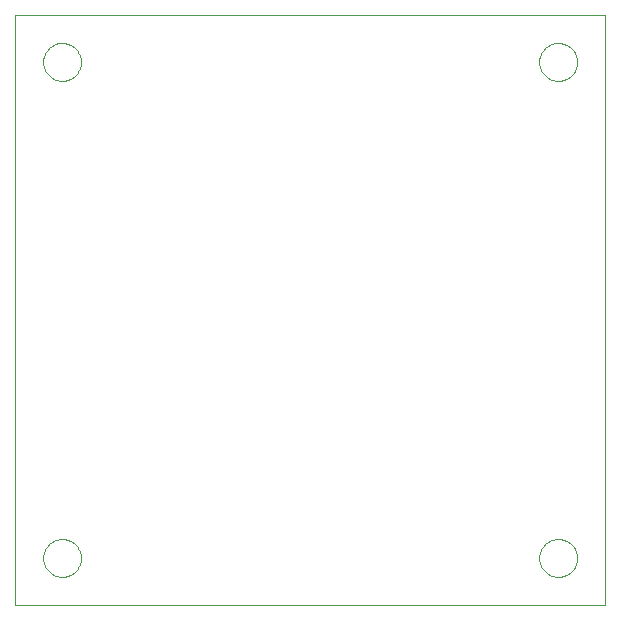
<source format=gtp>
G75*
%MOIN*%
%OFA0B0*%
%FSLAX24Y24*%
%IPPOS*%
%LPD*%
%AMOC8*
5,1,8,0,0,1.08239X$1,22.5*
%
%ADD10C,0.0000*%
D10*
X000100Y000100D02*
X000100Y019785D01*
X019785Y019785D01*
X019785Y000100D01*
X000100Y000100D01*
X001045Y001675D02*
X001047Y001725D01*
X001053Y001775D01*
X001063Y001824D01*
X001077Y001872D01*
X001094Y001919D01*
X001115Y001964D01*
X001140Y002008D01*
X001168Y002049D01*
X001200Y002088D01*
X001234Y002125D01*
X001271Y002159D01*
X001311Y002189D01*
X001353Y002216D01*
X001397Y002240D01*
X001443Y002261D01*
X001490Y002277D01*
X001538Y002290D01*
X001588Y002299D01*
X001637Y002304D01*
X001688Y002305D01*
X001738Y002302D01*
X001787Y002295D01*
X001836Y002284D01*
X001884Y002269D01*
X001930Y002251D01*
X001975Y002229D01*
X002018Y002203D01*
X002059Y002174D01*
X002098Y002142D01*
X002134Y002107D01*
X002166Y002069D01*
X002196Y002029D01*
X002223Y001986D01*
X002246Y001942D01*
X002265Y001896D01*
X002281Y001848D01*
X002293Y001799D01*
X002301Y001750D01*
X002305Y001700D01*
X002305Y001650D01*
X002301Y001600D01*
X002293Y001551D01*
X002281Y001502D01*
X002265Y001454D01*
X002246Y001408D01*
X002223Y001364D01*
X002196Y001321D01*
X002166Y001281D01*
X002134Y001243D01*
X002098Y001208D01*
X002059Y001176D01*
X002018Y001147D01*
X001975Y001121D01*
X001930Y001099D01*
X001884Y001081D01*
X001836Y001066D01*
X001787Y001055D01*
X001738Y001048D01*
X001688Y001045D01*
X001637Y001046D01*
X001588Y001051D01*
X001538Y001060D01*
X001490Y001073D01*
X001443Y001089D01*
X001397Y001110D01*
X001353Y001134D01*
X001311Y001161D01*
X001271Y001191D01*
X001234Y001225D01*
X001200Y001262D01*
X001168Y001301D01*
X001140Y001342D01*
X001115Y001386D01*
X001094Y001431D01*
X001077Y001478D01*
X001063Y001526D01*
X001053Y001575D01*
X001047Y001625D01*
X001045Y001675D01*
X001045Y018210D02*
X001047Y018260D01*
X001053Y018310D01*
X001063Y018359D01*
X001077Y018407D01*
X001094Y018454D01*
X001115Y018499D01*
X001140Y018543D01*
X001168Y018584D01*
X001200Y018623D01*
X001234Y018660D01*
X001271Y018694D01*
X001311Y018724D01*
X001353Y018751D01*
X001397Y018775D01*
X001443Y018796D01*
X001490Y018812D01*
X001538Y018825D01*
X001588Y018834D01*
X001637Y018839D01*
X001688Y018840D01*
X001738Y018837D01*
X001787Y018830D01*
X001836Y018819D01*
X001884Y018804D01*
X001930Y018786D01*
X001975Y018764D01*
X002018Y018738D01*
X002059Y018709D01*
X002098Y018677D01*
X002134Y018642D01*
X002166Y018604D01*
X002196Y018564D01*
X002223Y018521D01*
X002246Y018477D01*
X002265Y018431D01*
X002281Y018383D01*
X002293Y018334D01*
X002301Y018285D01*
X002305Y018235D01*
X002305Y018185D01*
X002301Y018135D01*
X002293Y018086D01*
X002281Y018037D01*
X002265Y017989D01*
X002246Y017943D01*
X002223Y017899D01*
X002196Y017856D01*
X002166Y017816D01*
X002134Y017778D01*
X002098Y017743D01*
X002059Y017711D01*
X002018Y017682D01*
X001975Y017656D01*
X001930Y017634D01*
X001884Y017616D01*
X001836Y017601D01*
X001787Y017590D01*
X001738Y017583D01*
X001688Y017580D01*
X001637Y017581D01*
X001588Y017586D01*
X001538Y017595D01*
X001490Y017608D01*
X001443Y017624D01*
X001397Y017645D01*
X001353Y017669D01*
X001311Y017696D01*
X001271Y017726D01*
X001234Y017760D01*
X001200Y017797D01*
X001168Y017836D01*
X001140Y017877D01*
X001115Y017921D01*
X001094Y017966D01*
X001077Y018013D01*
X001063Y018061D01*
X001053Y018110D01*
X001047Y018160D01*
X001045Y018210D01*
X017580Y018210D02*
X017582Y018260D01*
X017588Y018310D01*
X017598Y018359D01*
X017612Y018407D01*
X017629Y018454D01*
X017650Y018499D01*
X017675Y018543D01*
X017703Y018584D01*
X017735Y018623D01*
X017769Y018660D01*
X017806Y018694D01*
X017846Y018724D01*
X017888Y018751D01*
X017932Y018775D01*
X017978Y018796D01*
X018025Y018812D01*
X018073Y018825D01*
X018123Y018834D01*
X018172Y018839D01*
X018223Y018840D01*
X018273Y018837D01*
X018322Y018830D01*
X018371Y018819D01*
X018419Y018804D01*
X018465Y018786D01*
X018510Y018764D01*
X018553Y018738D01*
X018594Y018709D01*
X018633Y018677D01*
X018669Y018642D01*
X018701Y018604D01*
X018731Y018564D01*
X018758Y018521D01*
X018781Y018477D01*
X018800Y018431D01*
X018816Y018383D01*
X018828Y018334D01*
X018836Y018285D01*
X018840Y018235D01*
X018840Y018185D01*
X018836Y018135D01*
X018828Y018086D01*
X018816Y018037D01*
X018800Y017989D01*
X018781Y017943D01*
X018758Y017899D01*
X018731Y017856D01*
X018701Y017816D01*
X018669Y017778D01*
X018633Y017743D01*
X018594Y017711D01*
X018553Y017682D01*
X018510Y017656D01*
X018465Y017634D01*
X018419Y017616D01*
X018371Y017601D01*
X018322Y017590D01*
X018273Y017583D01*
X018223Y017580D01*
X018172Y017581D01*
X018123Y017586D01*
X018073Y017595D01*
X018025Y017608D01*
X017978Y017624D01*
X017932Y017645D01*
X017888Y017669D01*
X017846Y017696D01*
X017806Y017726D01*
X017769Y017760D01*
X017735Y017797D01*
X017703Y017836D01*
X017675Y017877D01*
X017650Y017921D01*
X017629Y017966D01*
X017612Y018013D01*
X017598Y018061D01*
X017588Y018110D01*
X017582Y018160D01*
X017580Y018210D01*
X017580Y001675D02*
X017582Y001725D01*
X017588Y001775D01*
X017598Y001824D01*
X017612Y001872D01*
X017629Y001919D01*
X017650Y001964D01*
X017675Y002008D01*
X017703Y002049D01*
X017735Y002088D01*
X017769Y002125D01*
X017806Y002159D01*
X017846Y002189D01*
X017888Y002216D01*
X017932Y002240D01*
X017978Y002261D01*
X018025Y002277D01*
X018073Y002290D01*
X018123Y002299D01*
X018172Y002304D01*
X018223Y002305D01*
X018273Y002302D01*
X018322Y002295D01*
X018371Y002284D01*
X018419Y002269D01*
X018465Y002251D01*
X018510Y002229D01*
X018553Y002203D01*
X018594Y002174D01*
X018633Y002142D01*
X018669Y002107D01*
X018701Y002069D01*
X018731Y002029D01*
X018758Y001986D01*
X018781Y001942D01*
X018800Y001896D01*
X018816Y001848D01*
X018828Y001799D01*
X018836Y001750D01*
X018840Y001700D01*
X018840Y001650D01*
X018836Y001600D01*
X018828Y001551D01*
X018816Y001502D01*
X018800Y001454D01*
X018781Y001408D01*
X018758Y001364D01*
X018731Y001321D01*
X018701Y001281D01*
X018669Y001243D01*
X018633Y001208D01*
X018594Y001176D01*
X018553Y001147D01*
X018510Y001121D01*
X018465Y001099D01*
X018419Y001081D01*
X018371Y001066D01*
X018322Y001055D01*
X018273Y001048D01*
X018223Y001045D01*
X018172Y001046D01*
X018123Y001051D01*
X018073Y001060D01*
X018025Y001073D01*
X017978Y001089D01*
X017932Y001110D01*
X017888Y001134D01*
X017846Y001161D01*
X017806Y001191D01*
X017769Y001225D01*
X017735Y001262D01*
X017703Y001301D01*
X017675Y001342D01*
X017650Y001386D01*
X017629Y001431D01*
X017612Y001478D01*
X017598Y001526D01*
X017588Y001575D01*
X017582Y001625D01*
X017580Y001675D01*
M02*

</source>
